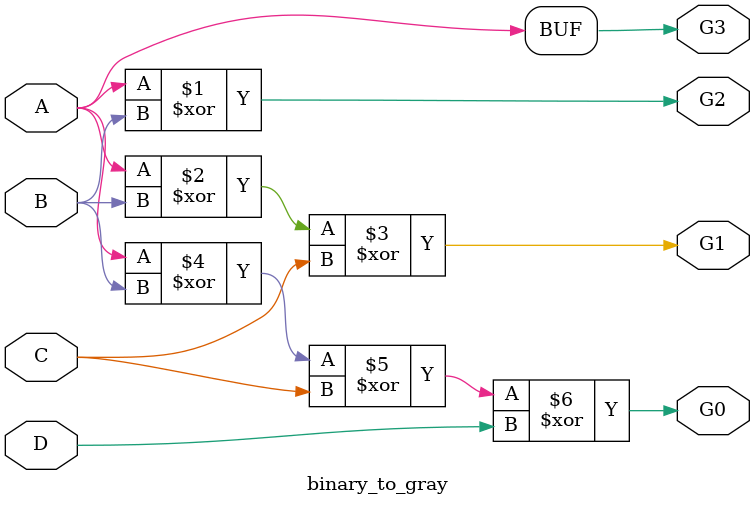
<source format=v>
`timescale 1ns / 1ps


 module binary_to_gray(A,B,C,D,G3,G2,G1,G0);
input A,B,C,D;
output G3,G2,G1,G0;

assign G3=A;
assign G2=A^B;
assign G1=A^B^C;
assign G0=A^B^C^D;
endmodule
</source>
